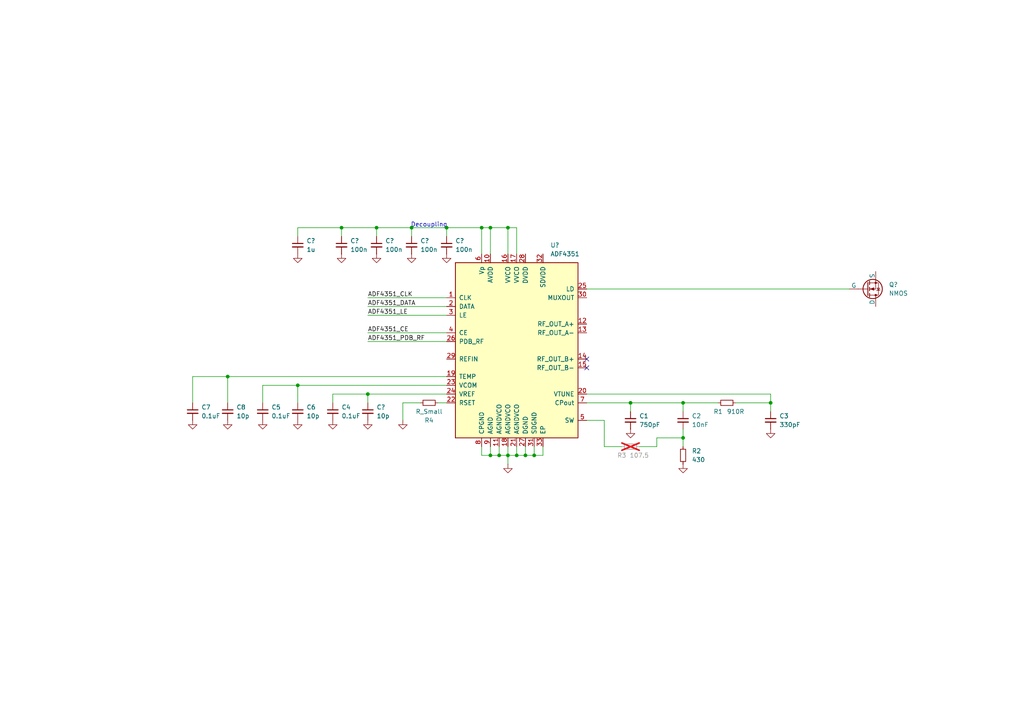
<source format=kicad_sch>
(kicad_sch (version 20250114) (generator "eeschema") (generator_version "9.0")
  (paper "A4")
  (lib_symbols
    (symbol "Device:C_Small" (pin_numbers (hide yes)) (pin_names (offset 0.254) (hide yes))
      (property "Reference" "C" (at 0.254 1.778 0))
      (property "Value" "C_Small" (at 0.254 -2.032 0))
      (symbol "C_Small_0_1"
        (polyline (pts (xy -1.524 0.508) (xy 1.524 0.508)) (stroke (width 0.3048)))
        (polyline (pts (xy -1.524 -0.508) (xy 1.524 -0.508)) (stroke (width 0.3302)))
      )
      (symbol "C_Small_1_1"
        (pin passive line (at 0 2.54 270) (length 2.032) (name "~") (number "1"))
        (pin passive line (at 0 -2.54 90) (length 2.032) (name "~") (number "2"))
      )
    )
    (symbol "Device:R_Small" (pin_numbers (hide yes)) (pin_names (offset 0.254) (hide yes))
      (property "Reference" "R" (at 0 0 90))
      (property "Value" "R_Small" (at 1.778 0 90))
      (symbol "R_Small_0_1"
        (rectangle (start -0.762 1.778) (end 0.762 -1.778) (stroke (width 0.2032)))
      )
      (symbol "R_Small_1_1"
        (pin passive line (at 0 2.54 270) (length 0.762) (name "~") (number "1"))
        (pin passive line (at 0 -2.54 90) (length 0.762) (name "~") (number "2"))
      )
    )
    (symbol "Simulation_SPICE:NMOS" (pin_numbers (hide yes)) (pin_names (offset 0))
      (property "Reference" "Q" (at 5.08 1.27 0))
      (property "Value" "NMOS" (at 5.08 -1.27 0))
      (symbol "NMOS_0_1"
        (polyline (pts (xy 0.254 1.905) (xy 0.254 -1.905)) (stroke (width 0.254)))
        (polyline (pts (xy 0.254 0) (xy -2.54 0)))
        (polyline (pts (xy 0.762 2.286) (xy 0.762 1.27)) (stroke (width 0.254)))
        (polyline (pts (xy 0.762 0.508) (xy 0.762 -0.508)) (stroke (width 0.254)))
        (polyline (pts (xy 0.762 -1.27) (xy 0.762 -2.286)) (stroke (width 0.254)))
        (polyline (pts (xy 0.762 -1.778) (xy 3.302 -1.778) (xy 3.302 1.778) (xy 0.762 1.778)))
        (polyline (pts (xy 1.016 0) (xy 2.032 0.381) (xy 2.032 -0.381) (xy 1.016 0)) (fill (type outline)))
        (circle (center 1.651 0) (radius 2.794) (stroke (width 0.254)))
        (polyline (pts (xy 2.54 2.54) (xy 2.54 1.778)))
        (circle (center 2.54 1.778) (radius 0.254) (fill (type outline)))
        (circle (center 2.54 -1.778) (radius 0.254) (fill (type outline)))
        (polyline (pts (xy 2.54 -2.54) (xy 2.54 0) (xy 0.762 0)))
        (polyline (pts (xy 2.794 0.508) (xy 2.921 0.381) (xy 3.683 0.381) (xy 3.81 0.254)))
        (polyline (pts (xy 3.302 0.381) (xy 2.921 -0.254) (xy 3.683 -0.254) (xy 3.302 0.381)))
      )
      (symbol "NMOS_1_1"
        (pin input line (at -5.08 0 0) (length 2.54) (name "G") (number "2"))
        (pin passive line (at 2.54 5.08 270) (length 2.54) (name "D") (number "1"))
        (pin passive line (at 2.54 -5.08 90) (length 2.54) (name "S") (number "3"))
      )
    )
    (symbol "Timer_PLL:ADF4351" (pin_names (offset 1.016))
      (property "Reference" "U" (at 0 1.27 0))
      (property "Value" "ADF4351" (at 0 -1.27 0))
      (symbol "ADF4351_0_1"
        (rectangle (start 17.78 25.4) (end -17.78 -25.4) (stroke (width 0.254)) (fill (type background)))
      )
      (symbol "ADF4351_1_1"
        (pin input line (at -20.32 15.24 0) (length 2.54) (name "CLK") (number "1"))
        (pin input line (at -20.32 12.7 0) (length 2.54) (name "DATA") (number "2"))
        (pin input line (at -20.32 10.16 0) (length 2.54) (name "LE") (number "3"))
        (pin input line (at -20.32 5.08 0) (length 2.54) (name "CE") (number "4"))
        (pin input line (at -20.32 2.54 0) (length 2.54) (name "PDB_RF") (number "26"))
        (pin input line (at -20.32 -2.54 0) (length 2.54) (name "REFIN") (number "29"))
        (pin input line (at -20.32 -7.62 0) (length 2.54) (name "TEMP") (number "19"))
        (pin input line (at -20.32 -10.16 0) (length 2.54) (name "VCOM") (number "23"))
        (pin input line (at -20.32 -12.7 0) (length 2.54) (name "VREF") (number "24"))
        (pin input line (at -20.32 -15.24 0) (length 2.54) (name "RSET") (number "22"))
        (pin power_in line (at -10.16 27.94 270) (length 2.54) (name "Vp") (number "6"))
        (pin power_in line (at -10.16 -27.94 90) (length 2.54) (name "CPGND") (number "8"))
        (pin power_in line (at -7.62 27.94 270) (length 2.54) (name "AVDD") (number "10"))
        (pin power_in line (at -7.62 -27.94 90) (length 2.54) (name "AGND") (number "9"))
        (pin power_in line (at -5.08 -27.94 90) (length 2.54) (name "AGNDVCO") (number "11"))
        (pin power_in line (at -2.54 27.94 270) (length 2.54) (name "VVCO") (number "16"))
        (pin power_in line (at -2.54 -27.94 90) (length 2.54) (name "AGNDVCO") (number "18"))
        (pin power_in line (at 0 27.94 270) (length 2.54) (name "VVCO") (number "17"))
        (pin power_in line (at 0 -27.94 90) (length 2.54) (name "AGNDVCO") (number "21"))
        (pin power_in line (at 2.54 27.94 270) (length 2.54) (name "DVDD") (number "28"))
        (pin power_in line (at 2.54 -27.94 90) (length 2.54) (name "DGND") (number "27"))
        (pin power_in line (at 5.08 -27.94 90) (length 2.54) (name "SDGND") (number "31"))
        (pin power_in line (at 7.62 27.94 270) (length 2.54) (name "SDVDD") (number "32"))
        (pin power_in line (at 7.62 -27.94 90) (length 2.54) (name "EP") (number "33"))
        (pin input line (at 20.32 17.78 180) (length 2.54) (name "LD") (number "25"))
        (pin output line (at 20.32 15.24 180) (length 2.54) (name "MUXOUT") (number "30"))
        (pin output line (at 20.32 7.62 180) (length 2.54) (name "RF_OUT_A+") (number "12"))
        (pin output line (at 20.32 5.08 180) (length 2.54) (name "RF_OUT_A-") (number "13"))
        (pin output line (at 20.32 -2.54 180) (length 2.54) (name "RF_OUT_B+") (number "14"))
        (pin output line (at 20.32 -5.08 180) (length 2.54) (name "RF_OUT_B-") (number "15"))
        (pin input line (at 20.32 -12.7 180) (length 2.54) (name "VTUNE") (number "20"))
        (pin input line (at 20.32 -15.24 180) (length 2.54) (name "CPout") (number "7"))
        (pin input line (at 20.32 -20.32 180) (length 2.54) (name "SW") (number "5"))
      )
    )
    (symbol "power:GND" (power) (pin_numbers (hide yes)) (pin_names (offset 0) (hide yes))
      (property "Value" "GND" (at 0 -3.81 0))
      (symbol "GND_0_1"
        (polyline (pts (xy 0 0) (xy 0 -1.27) (xy 1.27 -1.27) (xy 0 -2.54) (xy -1.27 -1.27) (xy 0 -1.27)))
      )
      (symbol "GND_1_1"
        (pin power_in line (at 0 0 270) (length 0) (name "~") (number "1"))
      )
    )
  )
  (text "Decoupling" (at 124.46 66.04 0) (effects (font (size 1.27 1.27)) (justify bottom)))
  (junction (at 142.24 132.08))
  (junction (at 147.32 66.04))
  (junction (at 119.38 66.04))
  (junction (at 106.68 114.3))
  (junction (at 86.36 111.76))
  (junction (at 129.54 66.04))
  (junction (at 139.7 66.04))
  (junction (at 152.4 132.08))
  (junction (at 66.04 109.22))
  (junction (at 149.86 132.08))
  (junction (at 182.88 116.84))
  (junction (at 147.32 132.08))
  (junction (at 198.12 127))
  (junction (at 144.78 132.08))
  (junction (at 198.12 116.84))
  (junction (at 109.22 66.04))
  (junction (at 142.24 66.04))
  (junction (at 99.06 66.04))
  (junction (at 223.52 116.84))
  (junction (at 154.94 132.08))
  (no_connect (at 170.18 106.68))
  (no_connect (at 170.18 104.14))
  (wire (pts (xy 106.68 99.06) (xy 129.54 99.06)))
  (wire (pts (xy 86.36 111.76) (xy 86.36 116.84)))
  (wire (pts (xy 86.36 68.58) (xy 86.36 66.04)))
  (wire (pts (xy 170.18 116.84) (xy 182.88 116.84)))
  (wire (pts (xy 127 116.84) (xy 129.54 116.84)))
  (wire (pts (xy 147.32 73.66) (xy 147.32 66.04)))
  (wire (pts (xy 129.54 66.04) (xy 129.54 68.58)))
  (wire (pts (xy 109.22 66.04) (xy 119.38 66.04)))
  (wire (pts (xy 139.7 66.04) (xy 142.24 66.04)))
  (wire (pts (xy 106.68 114.3) (xy 96.52 114.3)))
  (wire (pts (xy 170.18 114.3) (xy 223.52 114.3)))
  (wire (pts (xy 142.24 129.54) (xy 142.24 132.08)))
  (wire (pts (xy 106.68 91.44) (xy 129.54 91.44)))
  (wire (pts (xy 213.36 116.84) (xy 223.52 116.84)))
  (wire (pts (xy 170.18 121.92) (xy 175.26 121.92)))
  (wire (pts (xy 139.7 66.04) (xy 139.7 73.66)))
  (wire (pts (xy 55.88 116.84) (xy 55.88 109.22)))
  (wire (pts (xy 144.78 129.54) (xy 144.78 132.08)))
  (wire (pts (xy 116.84 121.92) (xy 116.84 116.84)))
  (wire (pts (xy 152.4 132.08) (xy 154.94 132.08)))
  (wire (pts (xy 106.68 96.52) (xy 129.54 96.52)))
  (wire (pts (xy 139.7 66.04) (xy 129.54 66.04)))
  (wire (pts (xy 139.7 132.08) (xy 142.24 132.08)))
  (wire (pts (xy 149.86 132.08) (xy 152.4 132.08)))
  (wire (pts (xy 96.52 114.3) (xy 96.52 116.84)))
  (wire (pts (xy 147.32 129.54) (xy 147.32 132.08)))
  (wire (pts (xy 106.68 116.84) (xy 106.68 114.3)))
  (wire (pts (xy 154.94 132.08) (xy 157.48 132.08)))
  (wire (pts (xy 175.26 129.54) (xy 175.26 121.92)))
  (wire (pts (xy 154.94 129.54) (xy 154.94 132.08)))
  (wire (pts (xy 198.12 116.84) (xy 208.28 116.84)))
  (wire (pts (xy 129.54 66.04) (xy 119.38 66.04)))
  (wire (pts (xy 119.38 66.04) (xy 119.38 68.58)))
  (wire (pts (xy 99.06 66.04) (xy 109.22 66.04)))
  (wire (pts (xy 198.12 124.46) (xy 198.12 127)))
  (wire (pts (xy 66.04 109.22) (xy 66.04 116.84)))
  (wire (pts (xy 190.5 127) (xy 190.5 129.54)))
  (wire (pts (xy 223.52 114.3) (xy 223.52 116.84)))
  (wire (pts (xy 198.12 127) (xy 198.12 129.54)))
  (wire (pts (xy 99.06 66.04) (xy 99.06 68.58)))
  (wire (pts (xy 147.32 132.08) (xy 149.86 132.08)))
  (wire (pts (xy 180.34 129.54) (xy 175.26 129.54)))
  (wire (pts (xy 106.68 88.9) (xy 129.54 88.9)))
  (wire (pts (xy 66.04 109.22) (xy 129.54 109.22)))
  (wire (pts (xy 182.88 116.84) (xy 198.12 116.84)))
  (wire (pts (xy 147.32 132.08) (xy 147.32 134.62)))
  (wire (pts (xy 142.24 66.04) (xy 147.32 66.04)))
  (wire (pts (xy 149.86 73.66) (xy 149.86 66.04)))
  (wire (pts (xy 223.52 116.84) (xy 223.52 119.38)))
  (wire (pts (xy 86.36 66.04) (xy 99.06 66.04)))
  (wire (pts (xy 170.18 83.82) (xy 246.38 83.82)))
  (wire (pts (xy 109.22 66.04) (xy 109.22 68.58)))
  (wire (pts (xy 198.12 119.38) (xy 198.12 116.84)))
  (wire (pts (xy 106.68 114.3) (xy 129.54 114.3)))
  (wire (pts (xy 198.12 127) (xy 190.5 127)))
  (wire (pts (xy 139.7 129.54) (xy 139.7 132.08)))
  (wire (pts (xy 149.86 129.54) (xy 149.86 132.08)))
  (wire (pts (xy 142.24 66.04) (xy 142.24 73.66)))
  (wire (pts (xy 152.4 129.54) (xy 152.4 132.08)))
  (wire (pts (xy 144.78 132.08) (xy 147.32 132.08)))
  (wire (pts (xy 76.2 111.76) (xy 86.36 111.76)))
  (wire (pts (xy 190.5 129.54) (xy 185.42 129.54)))
  (wire (pts (xy 157.48 129.54) (xy 157.48 132.08)))
  (wire (pts (xy 116.84 116.84) (xy 121.92 116.84)))
  (wire (pts (xy 106.68 86.36) (xy 129.54 86.36)))
  (wire (pts (xy 76.2 116.84) (xy 76.2 111.76)))
  (wire (pts (xy 142.24 132.08) (xy 144.78 132.08)))
  (wire (pts (xy 55.88 109.22) (xy 66.04 109.22)))
  (wire (pts (xy 86.36 111.76) (xy 129.54 111.76)))
  (wire (pts (xy 147.32 66.04) (xy 149.86 66.04)))
  (wire (pts (xy 182.88 119.38) (xy 182.88 116.84)))
  (label "ADF4351_CLK" (at 106.68 86.36 0))
  (label "ADF4351_DATA" (at 106.68 88.9 0))
  (label "ADF4351_LE" (at 106.68 91.44 0))
  (label "ADF4351_PDB_RF" (at 106.68 99.06 0))
  (label "ADF4351_CE" (at 106.68 96.52 0))
  (symbol (lib_id "power:GND") (at 147.32 134.62 0) (unit 1)
    (property "Reference" "#PWR?" (effects (hide yes)))
    (property "Value" "GND" (effects (hide yes)))
    (property "Description" "Power symbol creates a global label with name \"GND\" , ground" (effects (hide yes)))
  )
  (symbol (lib_id "power:GND") (at 198.12 134.62 0) (unit 1)
    (property "Reference" "#PWR02" (effects (hide yes)))
    (property "Value" "GND" (effects (hide yes)))
    (property "Description" "Power symbol creates a global label with name \"GND\" , ground" (effects (hide yes)))
  )
  (symbol (lib_id "Device:C_Small") (at 129.54 71.12 0) (unit 1)
    (property "Reference" "C?" (at 132.08 69.8562 0) (effects (justify left)))
    (property "Value" "100n" (at 132.08 72.3962 0) (effects (justify left)))
    (property "Description" "Unpolarized capacitor, small symbol" (effects (hide yes)))
  )
  (symbol (lib_id "power:GND") (at 86.36 73.66 0) (unit 1)
    (property "Reference" "#PWR?" (effects (hide yes)))
    (property "Value" "GND" (effects (hide yes)))
    (property "Description" "Power symbol creates a global label with name \"GND\" , ground" (effects (hide yes)))
  )
  (symbol (lib_id "Timer_PLL:ADF4351") (at 149.86 101.6 0) (unit 1)
    (property "Reference" "U?" (at 159.6233 71.12 0) (effects (justify left)))
    (property "Value" "ADF4351" (at 159.6233 73.66 0) (effects (justify left)))
    (property "Footprint" "Package_CSP:LFCSP-32-1EP_5x5mm_P0.5mm_EP3.25x3.25mm" (effects (hide yes)))
    (property "Datasheet" "https://www.analog.com/media/en/technical-documentation/data-sheets/ADF4351.pdf" (effects (hide yes)))
    (property "Description" "35-4400MHz fractional-N PLL, LFCSP-32" (effects (hide yes)))
  )
  (symbol (lib_id "power:GND") (at 109.22 73.66 0) (unit 1)
    (property "Reference" "#PWR?" (effects (hide yes)))
    (property "Value" "GND" (effects (hide yes)))
    (property "Description" "Power symbol creates a global label with name \"GND\" , ground" (effects (hide yes)))
  )
  (symbol (lib_id "Simulation_SPICE:NMOS") (at 251.46 83.82 0) (mirror x) (unit 1)
    (property "Reference" "Q?" (at 257.81 82.5499 0) (effects (justify left)))
    (property "Value" "NMOS" (at 257.81 85.0899 0) (effects (justify left)))
    (property "Datasheet" "https://ngspice.sourceforge.io/docs/ngspice-html-manual/manual.xhtml#cha_MOSFETs" (effects (hide yes)))
    (property "Description" "N-MOSFET transistor, drain/source/gate" (effects (hide yes)))
    (property "Sim.Device" "NMOS" (effects (hide yes)))
    (property "Sim.Type" "VDMOS" (effects (hide yes)))
    (property "Sim.Pins" "1=D 2=G 3=S" (effects (hide yes)))
  )
  (symbol (lib_id "Device:C_Small") (at 55.88 119.38 0) (unit 1)
    (property "Reference" "C7" (at 58.42 118.1162 0) (effects (justify left)))
    (property "Value" "0.1uF" (at 58.42 120.6562 0) (effects (justify left)))
    (property "Description" "Unpolarized capacitor, small symbol" (effects (hide yes)))
  )
  (symbol (lib_id "power:GND") (at 119.38 73.66 0) (unit 1)
    (property "Reference" "#PWR?" (effects (hide yes)))
    (property "Value" "GND" (effects (hide yes)))
    (property "Description" "Power symbol creates a global label with name \"GND\" , ground" (effects (hide yes)))
  )
  (symbol (lib_id "Device:R_Small") (at 182.88 129.54 270) (unit 1) (dnp yes)
    (property "Reference" "R3" (at 180.34 132.08 90))
    (property "Value" "107.5" (at 185.42 132.08 90))
    (property "Description" "Resistor, small symbol" (effects (hide yes)))
  )
  (symbol (lib_id "power:GND") (at 106.68 121.92 0) (unit 1)
    (property "Reference" "#PWR?" (effects (hide yes)))
    (property "Value" "GND" (effects (hide yes)))
    (property "Description" "Power symbol creates a global label with name \"GND\" , ground" (effects (hide yes)))
  )
  (symbol (lib_id "Device:C_Small") (at 66.04 119.38 0) (unit 1)
    (property "Reference" "C8" (at 68.58 118.1162 0) (effects (justify left)))
    (property "Value" "10p" (at 68.58 120.6562 0) (effects (justify left)))
    (property "Description" "Unpolarized capacitor, small symbol" (effects (hide yes)))
  )
  (symbol (lib_id "Device:C_Small") (at 99.06 71.12 0) (unit 1)
    (property "Reference" "C?" (at 101.6 69.8562 0) (effects (justify left)))
    (property "Value" "100n" (at 101.6 72.3962 0) (effects (justify left)))
    (property "Description" "Unpolarized capacitor, small symbol" (effects (hide yes)))
  )
  (symbol (lib_id "power:GND") (at 86.36 121.92 0) (unit 1)
    (property "Reference" "#PWR07" (effects (hide yes)))
    (property "Value" "GND" (effects (hide yes)))
    (property "Description" "Power symbol creates a global label with name \"GND\" , ground" (effects (hide yes)))
  )
  (symbol (lib_id "power:GND") (at 223.52 124.46 0) (unit 1)
    (property "Reference" "#PWR03" (effects (hide yes)))
    (property "Value" "GND" (effects (hide yes)))
    (property "Description" "Power symbol creates a global label with name \"GND\" , ground" (effects (hide yes)))
  )
  (symbol (lib_id "Device:C_Small") (at 86.36 119.38 0) (unit 1)
    (property "Reference" "C6" (at 88.9 118.1162 0) (effects (justify left)))
    (property "Value" "10p" (at 88.9 120.6562 0) (effects (justify left)))
    (property "Description" "Unpolarized capacitor, small symbol" (effects (hide yes)))
  )
  (symbol (lib_id "power:GND") (at 182.88 124.46 0) (unit 1)
    (property "Reference" "#PWR01" (effects (hide yes)))
    (property "Value" "GND" (effects (hide yes)))
    (property "Description" "Power symbol creates a global label with name \"GND\" , ground" (effects (hide yes)))
  )
  (symbol (lib_id "power:GND") (at 66.04 121.92 0) (unit 1)
    (property "Reference" "#PWR09" (effects (hide yes)))
    (property "Value" "GND" (effects (hide yes)))
    (property "Description" "Power symbol creates a global label with name \"GND\" , ground" (effects (hide yes)))
  )
  (symbol (lib_id "Device:C_Small") (at 119.38 71.12 0) (unit 1)
    (property "Reference" "C?" (at 121.92 69.8562 0) (effects (justify left)))
    (property "Value" "100n" (at 121.92 72.3962 0) (effects (justify left)))
    (property "Description" "Unpolarized capacitor, small symbol" (effects (hide yes)))
  )
  (symbol (lib_id "Device:R_Small") (at 198.12 132.08 0) (unit 1)
    (property "Reference" "R2" (at 200.66 130.8099 0) (effects (justify left)))
    (property "Value" "430" (at 200.66 133.3499 0) (effects (justify left)))
    (property "Description" "Resistor, small symbol" (effects (hide yes)))
  )
  (symbol (lib_id "Device:C_Small") (at 96.52 119.38 0) (unit 1)
    (property "Reference" "C4" (at 99.06 118.1162 0) (effects (justify left)))
    (property "Value" "0.1uF" (at 99.06 120.6562 0) (effects (justify left)))
    (property "Description" "Unpolarized capacitor, small symbol" (effects (hide yes)))
  )
  (symbol (lib_id "power:GND") (at 129.54 73.66 0) (unit 1)
    (property "Reference" "#PWR?" (effects (hide yes)))
    (property "Value" "GND" (effects (hide yes)))
    (property "Description" "Power symbol creates a global label with name \"GND\" , ground" (effects (hide yes)))
  )
  (symbol (lib_id "power:GND") (at 76.2 121.92 0) (unit 1)
    (property "Reference" "#PWR06" (effects (hide yes)))
    (property "Value" "GND" (effects (hide yes)))
    (property "Description" "Power symbol creates a global label with name \"GND\" , ground" (effects (hide yes)))
  )
  (symbol (lib_id "Device:C_Small") (at 223.52 121.92 0) (unit 1)
    (property "Reference" "C3" (at 226.06 120.6562 0) (effects (justify left)))
    (property "Value" "330pF" (at 226.06 123.1962 0) (effects (justify left)))
    (property "Description" "Unpolarized capacitor, small symbol" (effects (hide yes)))
  )
  (symbol (lib_id "Device:C_Small") (at 86.36 71.12 0) (unit 1)
    (property "Reference" "C?" (at 88.9 69.8562 0) (effects (justify left)))
    (property "Value" "1u" (at 88.9 72.3962 0) (effects (justify left)))
    (property "Description" "Unpolarized capacitor, small symbol" (effects (hide yes)))
  )
  (symbol (lib_id "power:GND") (at 116.84 121.92 0) (unit 1)
    (property "Reference" "#PWR05" (effects (hide yes)))
    (property "Value" "GND" (effects (hide yes)))
    (property "Description" "Power symbol creates a global label with name \"GND\" , ground" (effects (hide yes)))
  )
  (symbol (lib_id "Device:R_Small") (at 124.46 116.84 270) (unit 1)
    (property "Reference" "R4" (at 124.46 121.92 90))
    (property "Value" "R_Small" (at 124.46 119.38 90))
    (property "Description" "Resistor, small symbol" (effects (hide yes)))
  )
  (symbol (lib_id "Device:C_Small") (at 109.22 71.12 0) (unit 1)
    (property "Reference" "C?" (at 111.76 69.8562 0) (effects (justify left)))
    (property "Value" "100n" (at 111.76 72.3962 0) (effects (justify left)))
    (property "Description" "Unpolarized capacitor, small symbol" (effects (hide yes)))
  )
  (symbol (lib_id "power:GND") (at 55.88 121.92 0) (unit 1)
    (property "Reference" "#PWR08" (effects (hide yes)))
    (property "Value" "GND" (effects (hide yes)))
    (property "Description" "Power symbol creates a global label with name \"GND\" , ground" (effects (hide yes)))
  )
  (symbol (lib_id "Device:R_Small") (at 210.82 116.84 90) (unit 1)
    (property "Reference" "R1" (at 208.28 119.38 90))
    (property "Value" "910R" (at 213.36 119.38 90))
    (property "Description" "Resistor, small symbol" (effects (hide yes)))
  )
  (symbol (lib_id "Device:C_Small") (at 106.68 119.38 0) (unit 1)
    (property "Reference" "C?" (at 109.22 118.1162 0) (effects (justify left)))
    (property "Value" "10p" (at 109.22 120.6562 0) (effects (justify left)))
    (property "Description" "Unpolarized capacitor, small symbol" (effects (hide yes)))
  )
  (symbol (lib_id "Device:C_Small") (at 182.88 121.92 0) (unit 1)
    (property "Reference" "C1" (at 185.42 120.6562 0) (effects (justify left)))
    (property "Value" "750pF" (at 185.42 123.1962 0) (effects (justify left)))
    (property "Description" "Unpolarized capacitor, small symbol" (effects (hide yes)))
  )
  (symbol (lib_id "Device:C_Small") (at 76.2 119.38 0) (unit 1)
    (property "Reference" "C5" (at 78.74 118.1162 0) (effects (justify left)))
    (property "Value" "0.1uF" (at 78.74 120.6562 0) (effects (justify left)))
    (property "Description" "Unpolarized capacitor, small symbol" (effects (hide yes)))
  )
  (symbol (lib_id "Device:C_Small") (at 198.12 121.92 0) (unit 1)
    (property "Reference" "C2" (at 200.66 120.6562 0) (effects (justify left)))
    (property "Value" "10nF" (at 200.66 123.1962 0) (effects (justify left)))
    (property "Description" "Unpolarized capacitor, small symbol" (effects (hide yes)))
  )
  (symbol (lib_id "power:GND") (at 96.52 121.92 0) (unit 1)
    (property "Reference" "#PWR04" (effects (hide yes)))
    (property "Value" "GND" (effects (hide yes)))
    (property "Description" "Power symbol creates a global label with name \"GND\" , ground" (effects (hide yes)))
  )
  (symbol (lib_id "power:GND") (at 99.06 73.66 0) (unit 1)
    (property "Reference" "#PWR?" (effects (hide yes)))
    (property "Value" "GND" (effects (hide yes)))
    (property "Description" "Power symbol creates a global label with name \"GND\" , ground" (effects (hide yes)))
  )
)
</source>
